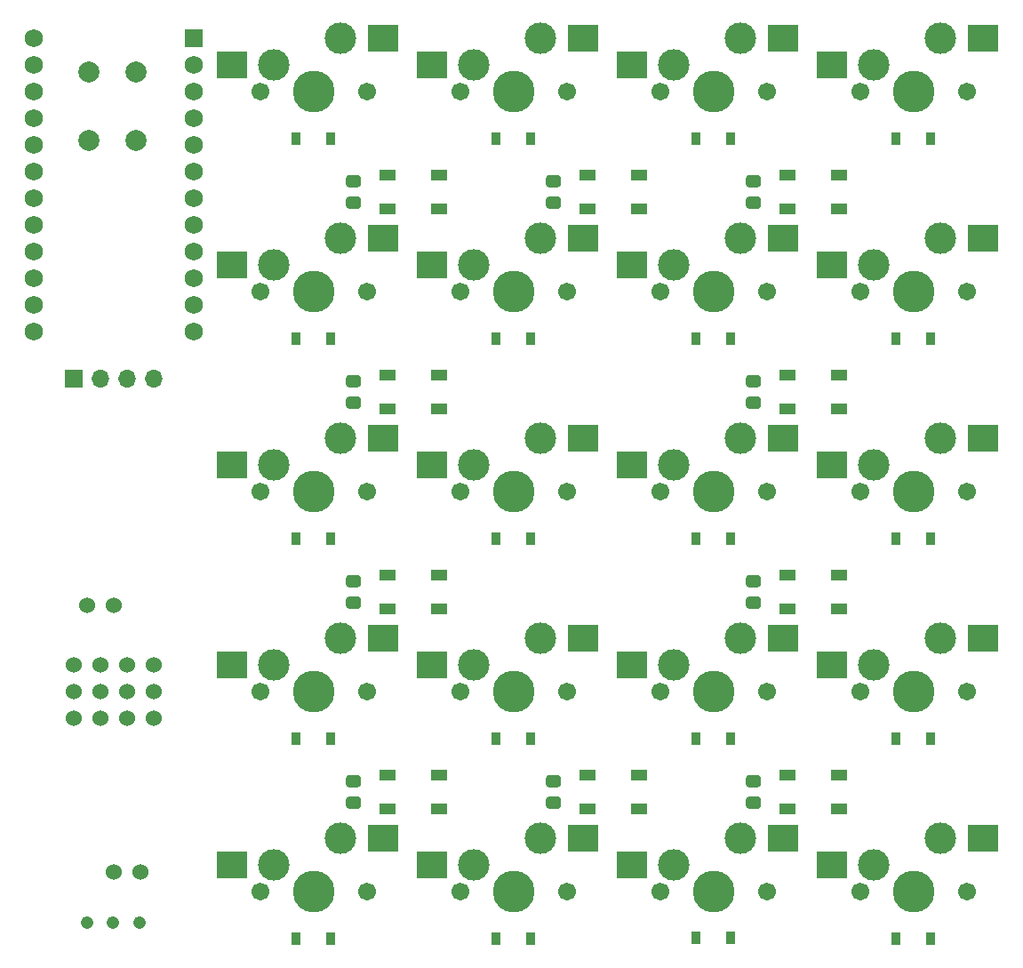
<source format=gbs>
%TF.GenerationSoftware,KiCad,Pcbnew,5.1.6*%
%TF.CreationDate,2020-07-17T23:24:30+10:00*%
%TF.ProjectId,macropad_v01,6d616372-6f70-4616-945f-7630312e6b69,rev?*%
%TF.SameCoordinates,Original*%
%TF.FileFunction,Soldermask,Bot*%
%TF.FilePolarity,Negative*%
%FSLAX46Y46*%
G04 Gerber Fmt 4.6, Leading zero omitted, Abs format (unit mm)*
G04 Created by KiCad (PCBNEW 5.1.6) date 2020-07-17 23:24:30*
%MOMM*%
%LPD*%
G01*
G04 APERTURE LIST*
%ADD10C,1.208000*%
%ADD11C,3.987800*%
%ADD12C,1.701800*%
%ADD13C,3.000000*%
%ADD14R,3.000000X2.500000*%
%ADD15C,1.524000*%
%ADD16R,1.500000X1.000000*%
%ADD17R,1.752600X1.752600*%
%ADD18C,1.752600*%
%ADD19C,2.000000*%
%ADD20R,1.700000X1.700000*%
%ADD21O,1.700000X1.700000*%
%ADD22R,0.900000X1.200000*%
G04 APERTURE END LIST*
D10*
%TO.C,U2*%
X100250000Y-140065000D03*
X97750000Y-140065000D03*
X95250000Y-140065000D03*
%TD*%
D11*
%TO.C,K3*%
X116840000Y-99060000D03*
D12*
X111760000Y-99060000D03*
X121920000Y-99060000D03*
D13*
X119380000Y-93980000D03*
X113030000Y-96520000D03*
D14*
X123440000Y-93980000D03*
X109040000Y-96520000D03*
%TD*%
D11*
%TO.C,K2*%
X116840000Y-80010000D03*
D12*
X111760000Y-80010000D03*
X121920000Y-80010000D03*
D13*
X119380000Y-74930000D03*
X113030000Y-77470000D03*
D14*
X123440000Y-74930000D03*
X109040000Y-77470000D03*
%TD*%
D11*
%TO.C,K9*%
X135890000Y-118110000D03*
D12*
X130810000Y-118110000D03*
X140970000Y-118110000D03*
D13*
X138430000Y-113030000D03*
X132080000Y-115570000D03*
D14*
X142490000Y-113030000D03*
X128090000Y-115570000D03*
%TD*%
D15*
%TO.C,J2*%
X101600000Y-115570000D03*
X99060000Y-115570000D03*
X96520000Y-115570000D03*
X93980000Y-118110000D03*
X93980000Y-115570000D03*
X96520000Y-118110000D03*
X99060000Y-118110000D03*
X101600000Y-118110000D03*
X101600000Y-120650000D03*
X99060000Y-120650000D03*
X96520000Y-120650000D03*
X93980000Y-120650000D03*
%TD*%
%TO.C,C12*%
X97790000Y-109855000D03*
X95250000Y-109855000D03*
%TD*%
%TO.C,C11*%
X100330000Y-135255000D03*
X97790000Y-135255000D03*
%TD*%
D16*
%TO.C,LED10*%
X123915000Y-91135000D03*
X123915000Y-87935000D03*
X128815000Y-91135000D03*
X128815000Y-87935000D03*
%TD*%
%TO.C,C10*%
G36*
G01*
X120199999Y-87935000D02*
X121100001Y-87935000D01*
G75*
G02*
X121350000Y-88184999I0J-249999D01*
G01*
X121350000Y-88835001D01*
G75*
G02*
X121100001Y-89085000I-249999J0D01*
G01*
X120199999Y-89085000D01*
G75*
G02*
X119950000Y-88835001I0J249999D01*
G01*
X119950000Y-88184999D01*
G75*
G02*
X120199999Y-87935000I249999J0D01*
G01*
G37*
G36*
G01*
X120199999Y-89985000D02*
X121100001Y-89985000D01*
G75*
G02*
X121350000Y-90234999I0J-249999D01*
G01*
X121350000Y-90885001D01*
G75*
G02*
X121100001Y-91135000I-249999J0D01*
G01*
X120199999Y-91135000D01*
G75*
G02*
X119950000Y-90885001I0J249999D01*
G01*
X119950000Y-90234999D01*
G75*
G02*
X120199999Y-89985000I249999J0D01*
G01*
G37*
%TD*%
%TO.C,C1*%
G36*
G01*
X120199999Y-68885000D02*
X121100001Y-68885000D01*
G75*
G02*
X121350000Y-69134999I0J-249999D01*
G01*
X121350000Y-69785001D01*
G75*
G02*
X121100001Y-70035000I-249999J0D01*
G01*
X120199999Y-70035000D01*
G75*
G02*
X119950000Y-69785001I0J249999D01*
G01*
X119950000Y-69134999D01*
G75*
G02*
X120199999Y-68885000I249999J0D01*
G01*
G37*
G36*
G01*
X120199999Y-70935000D02*
X121100001Y-70935000D01*
G75*
G02*
X121350000Y-71184999I0J-249999D01*
G01*
X121350000Y-71835001D01*
G75*
G02*
X121100001Y-72085000I-249999J0D01*
G01*
X120199999Y-72085000D01*
G75*
G02*
X119950000Y-71835001I0J249999D01*
G01*
X119950000Y-71184999D01*
G75*
G02*
X120199999Y-70935000I249999J0D01*
G01*
G37*
%TD*%
D17*
%TO.C,U1*%
X105410000Y-55880000D03*
D18*
X105410000Y-58420000D03*
X105410000Y-60960000D03*
X105410000Y-63500000D03*
X105410000Y-66040000D03*
X105410000Y-68580000D03*
X105410000Y-71120000D03*
X105410000Y-73660000D03*
X105410000Y-76200000D03*
X105410000Y-78740000D03*
X105410000Y-81280000D03*
X90170000Y-83820000D03*
X90170000Y-81280000D03*
X90170000Y-78740000D03*
X90170000Y-76200000D03*
X90170000Y-73660000D03*
X90170000Y-71120000D03*
X90170000Y-68580000D03*
X90170000Y-66040000D03*
X90170000Y-63500000D03*
X90170000Y-60960000D03*
X90170000Y-58420000D03*
X105410000Y-83820000D03*
X90170000Y-55880000D03*
%TD*%
D19*
%TO.C,SW1*%
X99907480Y-65555000D03*
X95407480Y-65555000D03*
X99907480Y-59055000D03*
X95407480Y-59055000D03*
%TD*%
D16*
%TO.C,LED9*%
X123915000Y-110185000D03*
X123915000Y-106985000D03*
X128815000Y-110185000D03*
X128815000Y-106985000D03*
%TD*%
%TO.C,LED8*%
X123915000Y-129235000D03*
X123915000Y-126035000D03*
X128815000Y-129235000D03*
X128815000Y-126035000D03*
%TD*%
%TO.C,LED7*%
X142965000Y-129235000D03*
X142965000Y-126035000D03*
X147865000Y-129235000D03*
X147865000Y-126035000D03*
%TD*%
%TO.C,LED6*%
X162015000Y-129235000D03*
X162015000Y-126035000D03*
X166915000Y-129235000D03*
X166915000Y-126035000D03*
%TD*%
%TO.C,LED5*%
X162015000Y-110185000D03*
X162015000Y-106985000D03*
X166915000Y-110185000D03*
X166915000Y-106985000D03*
%TD*%
%TO.C,LED4*%
X162015000Y-91135000D03*
X162015000Y-87935000D03*
X166915000Y-91135000D03*
X166915000Y-87935000D03*
%TD*%
%TO.C,LED3*%
X162015000Y-72085000D03*
X162015000Y-68885000D03*
X166915000Y-72085000D03*
X166915000Y-68885000D03*
%TD*%
%TO.C,LED2*%
X142965000Y-72085000D03*
X142965000Y-68885000D03*
X147865000Y-72085000D03*
X147865000Y-68885000D03*
%TD*%
%TO.C,LED1*%
X123915000Y-72085000D03*
X123915000Y-68885000D03*
X128815000Y-72085000D03*
X128815000Y-68885000D03*
%TD*%
D11*
%TO.C,K20*%
X173990000Y-137160000D03*
D12*
X168910000Y-137160000D03*
X179070000Y-137160000D03*
D13*
X176530000Y-132080000D03*
X170180000Y-134620000D03*
D14*
X180590000Y-132080000D03*
X166190000Y-134620000D03*
%TD*%
D11*
%TO.C,K19*%
X173990000Y-118110000D03*
D12*
X168910000Y-118110000D03*
X179070000Y-118110000D03*
D13*
X176530000Y-113030000D03*
X170180000Y-115570000D03*
D14*
X180590000Y-113030000D03*
X166190000Y-115570000D03*
%TD*%
D11*
%TO.C,K18*%
X173990000Y-99060000D03*
D12*
X168910000Y-99060000D03*
X179070000Y-99060000D03*
D13*
X176530000Y-93980000D03*
X170180000Y-96520000D03*
D14*
X180590000Y-93980000D03*
X166190000Y-96520000D03*
%TD*%
D11*
%TO.C,K17*%
X173990000Y-80010000D03*
D12*
X168910000Y-80010000D03*
X179070000Y-80010000D03*
D13*
X176530000Y-74930000D03*
X170180000Y-77470000D03*
D14*
X180590000Y-74930000D03*
X166190000Y-77470000D03*
%TD*%
D11*
%TO.C,K16*%
X173990000Y-60960000D03*
D12*
X168910000Y-60960000D03*
X179070000Y-60960000D03*
D13*
X176530000Y-55880000D03*
X170180000Y-58420000D03*
D14*
X180590000Y-55880000D03*
X166190000Y-58420000D03*
%TD*%
D11*
%TO.C,K15*%
X154940000Y-137160000D03*
D12*
X149860000Y-137160000D03*
X160020000Y-137160000D03*
D13*
X157480000Y-132080000D03*
X151130000Y-134620000D03*
D14*
X161540000Y-132080000D03*
X147140000Y-134620000D03*
%TD*%
D11*
%TO.C,K14*%
X154940000Y-118110000D03*
D12*
X149860000Y-118110000D03*
X160020000Y-118110000D03*
D13*
X157480000Y-113030000D03*
X151130000Y-115570000D03*
D14*
X161540000Y-113030000D03*
X147140000Y-115570000D03*
%TD*%
D11*
%TO.C,K13*%
X154940000Y-99060000D03*
D12*
X149860000Y-99060000D03*
X160020000Y-99060000D03*
D13*
X157480000Y-93980000D03*
X151130000Y-96520000D03*
D14*
X161540000Y-93980000D03*
X147140000Y-96520000D03*
%TD*%
D11*
%TO.C,K12*%
X154940000Y-80010000D03*
D12*
X149860000Y-80010000D03*
X160020000Y-80010000D03*
D13*
X157480000Y-74930000D03*
X151130000Y-77470000D03*
D14*
X161540000Y-74930000D03*
X147140000Y-77470000D03*
%TD*%
D11*
%TO.C,K11*%
X154940000Y-60960000D03*
D12*
X149860000Y-60960000D03*
X160020000Y-60960000D03*
D13*
X157480000Y-55880000D03*
X151130000Y-58420000D03*
D14*
X161540000Y-55880000D03*
X147140000Y-58420000D03*
%TD*%
D11*
%TO.C,K10*%
X135890000Y-137160000D03*
D12*
X130810000Y-137160000D03*
X140970000Y-137160000D03*
D13*
X138430000Y-132080000D03*
X132080000Y-134620000D03*
D14*
X142490000Y-132080000D03*
X128090000Y-134620000D03*
%TD*%
D11*
%TO.C,K8*%
X135890000Y-99060000D03*
D12*
X130810000Y-99060000D03*
X140970000Y-99060000D03*
D13*
X138430000Y-93980000D03*
X132080000Y-96520000D03*
D14*
X142490000Y-93980000D03*
X128090000Y-96520000D03*
%TD*%
D11*
%TO.C,K7*%
X135890000Y-80010000D03*
D12*
X130810000Y-80010000D03*
X140970000Y-80010000D03*
D13*
X138430000Y-74930000D03*
X132080000Y-77470000D03*
D14*
X142490000Y-74930000D03*
X128090000Y-77470000D03*
%TD*%
D11*
%TO.C,K6*%
X135890000Y-60960000D03*
D12*
X130810000Y-60960000D03*
X140970000Y-60960000D03*
D13*
X138430000Y-55880000D03*
X132080000Y-58420000D03*
D14*
X142490000Y-55880000D03*
X128090000Y-58420000D03*
%TD*%
D11*
%TO.C,K5*%
X116840000Y-137160000D03*
D12*
X111760000Y-137160000D03*
X121920000Y-137160000D03*
D13*
X119380000Y-132080000D03*
X113030000Y-134620000D03*
D14*
X123440000Y-132080000D03*
X109040000Y-134620000D03*
%TD*%
D11*
%TO.C,K4*%
X116840000Y-118110000D03*
D12*
X111760000Y-118110000D03*
X121920000Y-118110000D03*
D13*
X119380000Y-113030000D03*
X113030000Y-115570000D03*
D14*
X123440000Y-113030000D03*
X109040000Y-115570000D03*
%TD*%
D11*
%TO.C,K1*%
X116840000Y-60960000D03*
D12*
X111760000Y-60960000D03*
X121920000Y-60960000D03*
D13*
X119380000Y-55880000D03*
X113030000Y-58420000D03*
D14*
X123440000Y-55880000D03*
X109040000Y-58420000D03*
%TD*%
D20*
%TO.C,JOLED1*%
X93980000Y-88265000D03*
D21*
X96520000Y-88265000D03*
X99060000Y-88265000D03*
X101600000Y-88265000D03*
%TD*%
D22*
%TO.C,D20*%
X172340000Y-141605000D03*
X175640000Y-141605000D03*
%TD*%
%TO.C,D19*%
X172340000Y-122555000D03*
X175640000Y-122555000D03*
%TD*%
%TO.C,D18*%
X172340000Y-103505000D03*
X175640000Y-103505000D03*
%TD*%
%TO.C,D17*%
X172340000Y-84455000D03*
X175640000Y-84455000D03*
%TD*%
%TO.C,D16*%
X172340000Y-65405000D03*
X175640000Y-65405000D03*
%TD*%
%TO.C,D15*%
X153290000Y-141564360D03*
X156590000Y-141564360D03*
%TD*%
%TO.C,D14*%
X153290000Y-122555000D03*
X156590000Y-122555000D03*
%TD*%
%TO.C,D13*%
X153290000Y-103505000D03*
X156590000Y-103505000D03*
%TD*%
%TO.C,D12*%
X153290000Y-84455000D03*
X156590000Y-84455000D03*
%TD*%
%TO.C,D11*%
X153290000Y-65405000D03*
X156590000Y-65405000D03*
%TD*%
%TO.C,D10*%
X134240000Y-141605000D03*
X137540000Y-141605000D03*
%TD*%
%TO.C,D9*%
X134240000Y-122555000D03*
X137540000Y-122555000D03*
%TD*%
%TO.C,D8*%
X134240000Y-103505000D03*
X137540000Y-103505000D03*
%TD*%
%TO.C,D7*%
X134240000Y-84455000D03*
X137540000Y-84455000D03*
%TD*%
%TO.C,D6*%
X134240000Y-65405000D03*
X137540000Y-65405000D03*
%TD*%
%TO.C,D5*%
X115190000Y-141605000D03*
X118490000Y-141605000D03*
%TD*%
%TO.C,D4*%
X115190000Y-122555000D03*
X118490000Y-122555000D03*
%TD*%
%TO.C,D3*%
X115190000Y-103505000D03*
X118490000Y-103505000D03*
%TD*%
%TO.C,D2*%
X115190000Y-84455000D03*
X118490000Y-84455000D03*
%TD*%
%TO.C,D1*%
X115190000Y-65405000D03*
X118490000Y-65405000D03*
%TD*%
%TO.C,C9*%
G36*
G01*
X120199999Y-106985000D02*
X121100001Y-106985000D01*
G75*
G02*
X121350000Y-107234999I0J-249999D01*
G01*
X121350000Y-107885001D01*
G75*
G02*
X121100001Y-108135000I-249999J0D01*
G01*
X120199999Y-108135000D01*
G75*
G02*
X119950000Y-107885001I0J249999D01*
G01*
X119950000Y-107234999D01*
G75*
G02*
X120199999Y-106985000I249999J0D01*
G01*
G37*
G36*
G01*
X120199999Y-109035000D02*
X121100001Y-109035000D01*
G75*
G02*
X121350000Y-109284999I0J-249999D01*
G01*
X121350000Y-109935001D01*
G75*
G02*
X121100001Y-110185000I-249999J0D01*
G01*
X120199999Y-110185000D01*
G75*
G02*
X119950000Y-109935001I0J249999D01*
G01*
X119950000Y-109284999D01*
G75*
G02*
X120199999Y-109035000I249999J0D01*
G01*
G37*
%TD*%
%TO.C,C8*%
G36*
G01*
X120199999Y-126035000D02*
X121100001Y-126035000D01*
G75*
G02*
X121350000Y-126284999I0J-249999D01*
G01*
X121350000Y-126935001D01*
G75*
G02*
X121100001Y-127185000I-249999J0D01*
G01*
X120199999Y-127185000D01*
G75*
G02*
X119950000Y-126935001I0J249999D01*
G01*
X119950000Y-126284999D01*
G75*
G02*
X120199999Y-126035000I249999J0D01*
G01*
G37*
G36*
G01*
X120199999Y-128085000D02*
X121100001Y-128085000D01*
G75*
G02*
X121350000Y-128334999I0J-249999D01*
G01*
X121350000Y-128985001D01*
G75*
G02*
X121100001Y-129235000I-249999J0D01*
G01*
X120199999Y-129235000D01*
G75*
G02*
X119950000Y-128985001I0J249999D01*
G01*
X119950000Y-128334999D01*
G75*
G02*
X120199999Y-128085000I249999J0D01*
G01*
G37*
%TD*%
%TO.C,C7*%
G36*
G01*
X139249999Y-126035000D02*
X140150001Y-126035000D01*
G75*
G02*
X140400000Y-126284999I0J-249999D01*
G01*
X140400000Y-126935001D01*
G75*
G02*
X140150001Y-127185000I-249999J0D01*
G01*
X139249999Y-127185000D01*
G75*
G02*
X139000000Y-126935001I0J249999D01*
G01*
X139000000Y-126284999D01*
G75*
G02*
X139249999Y-126035000I249999J0D01*
G01*
G37*
G36*
G01*
X139249999Y-128085000D02*
X140150001Y-128085000D01*
G75*
G02*
X140400000Y-128334999I0J-249999D01*
G01*
X140400000Y-128985001D01*
G75*
G02*
X140150001Y-129235000I-249999J0D01*
G01*
X139249999Y-129235000D01*
G75*
G02*
X139000000Y-128985001I0J249999D01*
G01*
X139000000Y-128334999D01*
G75*
G02*
X139249999Y-128085000I249999J0D01*
G01*
G37*
%TD*%
%TO.C,C6*%
G36*
G01*
X158299999Y-126035000D02*
X159200001Y-126035000D01*
G75*
G02*
X159450000Y-126284999I0J-249999D01*
G01*
X159450000Y-126935001D01*
G75*
G02*
X159200001Y-127185000I-249999J0D01*
G01*
X158299999Y-127185000D01*
G75*
G02*
X158050000Y-126935001I0J249999D01*
G01*
X158050000Y-126284999D01*
G75*
G02*
X158299999Y-126035000I249999J0D01*
G01*
G37*
G36*
G01*
X158299999Y-128085000D02*
X159200001Y-128085000D01*
G75*
G02*
X159450000Y-128334999I0J-249999D01*
G01*
X159450000Y-128985001D01*
G75*
G02*
X159200001Y-129235000I-249999J0D01*
G01*
X158299999Y-129235000D01*
G75*
G02*
X158050000Y-128985001I0J249999D01*
G01*
X158050000Y-128334999D01*
G75*
G02*
X158299999Y-128085000I249999J0D01*
G01*
G37*
%TD*%
%TO.C,C5*%
G36*
G01*
X158299999Y-106985000D02*
X159200001Y-106985000D01*
G75*
G02*
X159450000Y-107234999I0J-249999D01*
G01*
X159450000Y-107885001D01*
G75*
G02*
X159200001Y-108135000I-249999J0D01*
G01*
X158299999Y-108135000D01*
G75*
G02*
X158050000Y-107885001I0J249999D01*
G01*
X158050000Y-107234999D01*
G75*
G02*
X158299999Y-106985000I249999J0D01*
G01*
G37*
G36*
G01*
X158299999Y-109035000D02*
X159200001Y-109035000D01*
G75*
G02*
X159450000Y-109284999I0J-249999D01*
G01*
X159450000Y-109935001D01*
G75*
G02*
X159200001Y-110185000I-249999J0D01*
G01*
X158299999Y-110185000D01*
G75*
G02*
X158050000Y-109935001I0J249999D01*
G01*
X158050000Y-109284999D01*
G75*
G02*
X158299999Y-109035000I249999J0D01*
G01*
G37*
%TD*%
%TO.C,C4*%
G36*
G01*
X158299999Y-87935000D02*
X159200001Y-87935000D01*
G75*
G02*
X159450000Y-88184999I0J-249999D01*
G01*
X159450000Y-88835001D01*
G75*
G02*
X159200001Y-89085000I-249999J0D01*
G01*
X158299999Y-89085000D01*
G75*
G02*
X158050000Y-88835001I0J249999D01*
G01*
X158050000Y-88184999D01*
G75*
G02*
X158299999Y-87935000I249999J0D01*
G01*
G37*
G36*
G01*
X158299999Y-89985000D02*
X159200001Y-89985000D01*
G75*
G02*
X159450000Y-90234999I0J-249999D01*
G01*
X159450000Y-90885001D01*
G75*
G02*
X159200001Y-91135000I-249999J0D01*
G01*
X158299999Y-91135000D01*
G75*
G02*
X158050000Y-90885001I0J249999D01*
G01*
X158050000Y-90234999D01*
G75*
G02*
X158299999Y-89985000I249999J0D01*
G01*
G37*
%TD*%
%TO.C,C3*%
G36*
G01*
X158299999Y-68885000D02*
X159200001Y-68885000D01*
G75*
G02*
X159450000Y-69134999I0J-249999D01*
G01*
X159450000Y-69785001D01*
G75*
G02*
X159200001Y-70035000I-249999J0D01*
G01*
X158299999Y-70035000D01*
G75*
G02*
X158050000Y-69785001I0J249999D01*
G01*
X158050000Y-69134999D01*
G75*
G02*
X158299999Y-68885000I249999J0D01*
G01*
G37*
G36*
G01*
X158299999Y-70935000D02*
X159200001Y-70935000D01*
G75*
G02*
X159450000Y-71184999I0J-249999D01*
G01*
X159450000Y-71835001D01*
G75*
G02*
X159200001Y-72085000I-249999J0D01*
G01*
X158299999Y-72085000D01*
G75*
G02*
X158050000Y-71835001I0J249999D01*
G01*
X158050000Y-71184999D01*
G75*
G02*
X158299999Y-70935000I249999J0D01*
G01*
G37*
%TD*%
%TO.C,C2*%
G36*
G01*
X139249999Y-68885000D02*
X140150001Y-68885000D01*
G75*
G02*
X140400000Y-69134999I0J-249999D01*
G01*
X140400000Y-69785001D01*
G75*
G02*
X140150001Y-70035000I-249999J0D01*
G01*
X139249999Y-70035000D01*
G75*
G02*
X139000000Y-69785001I0J249999D01*
G01*
X139000000Y-69134999D01*
G75*
G02*
X139249999Y-68885000I249999J0D01*
G01*
G37*
G36*
G01*
X139249999Y-70935000D02*
X140150001Y-70935000D01*
G75*
G02*
X140400000Y-71184999I0J-249999D01*
G01*
X140400000Y-71835001D01*
G75*
G02*
X140150001Y-72085000I-249999J0D01*
G01*
X139249999Y-72085000D01*
G75*
G02*
X139000000Y-71835001I0J249999D01*
G01*
X139000000Y-71184999D01*
G75*
G02*
X139249999Y-70935000I249999J0D01*
G01*
G37*
%TD*%
M02*

</source>
